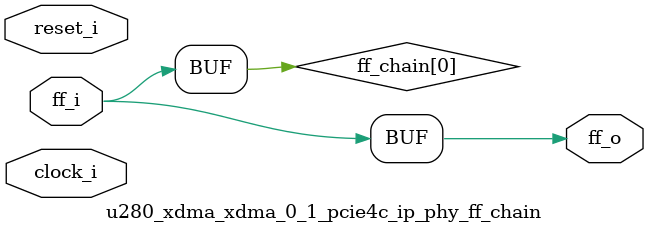
<source format=v>
/*****************************************************************************
** Description:
**    Flop Chain
**
******************************************************************************/

`timescale 1ps/1ps

`define AS_PHYREG(clk, reset, q, d, rstval)  \
   always @(posedge clk or posedge reset) begin \
      if (reset) \
         q  <= #(TCQ)   rstval;  \
      else  \
         q  <= #(TCQ)   d; \
   end

`define PHYREG(clk, reset, q, d, rstval)  \
   always @(posedge clk) begin \
      if (reset) \
         q  <= #(TCQ)   rstval;  \
      else  \
         q  <= #(TCQ)   d; \
   end

(* DowngradeIPIdentifiedWarnings = "yes" *)
module u280_xdma_xdma_0_1_pcie4c_ip_phy_ff_chain #(
   // Parameters
   parameter integer PIPELINE_STAGES   = 0,        // 0 = no pipeline; 1 = 1 stage; 2 = 2 stages; 3 = 3 stages
   parameter         ASYNC             = "FALSE",
   parameter integer FF_WIDTH          = 1,
   parameter integer RST_VAL           = 0,
   parameter integer TCQ               = 1
)  (   
   input  wire                         clock_i,          
   input  wire                         reset_i,           
   input  wire [FF_WIDTH-1:0]          ff_i,            
   output wire [FF_WIDTH-1:0]          ff_o        
   );

   genvar   var_i;

   reg   [FF_WIDTH-1:0]          ff_chain [PIPELINE_STAGES:0];

   always @(*) ff_chain[0] = ff_i;

generate
   if (PIPELINE_STAGES > 0) begin:  with_ff_chain
      for (var_i = 0; var_i < PIPELINE_STAGES; var_i = var_i + 1) begin: ff_chain_gen
         if (ASYNC == "TRUE") begin: async_rst
            `AS_PHYREG(clock_i, reset_i, ff_chain[var_i+1], ff_chain[var_i], RST_VAL)
         end else begin: sync_rst
            `PHYREG(clock_i, reset_i, ff_chain[var_i+1], ff_chain[var_i], RST_VAL)
         end
      end
   end
endgenerate

   assign ff_o = ff_chain[PIPELINE_STAGES];

endmodule

</source>
